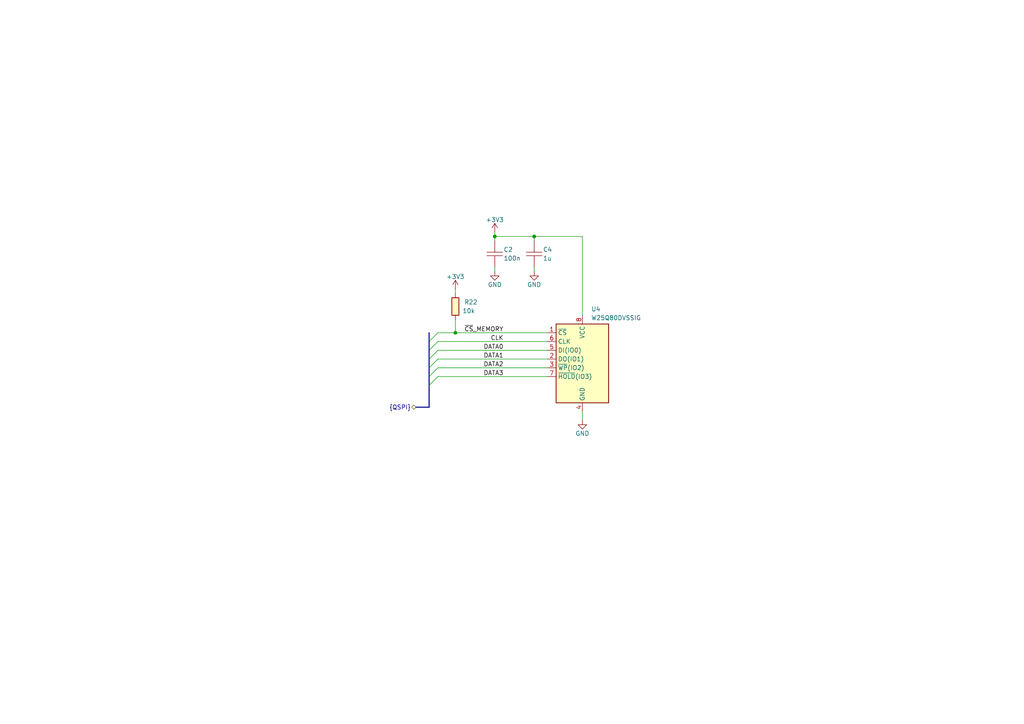
<source format=kicad_sch>
(kicad_sch (version 20231120) (generator "eeschema") (generator_version "8.0")
  (paper "A4")
  (title_block (title "Programmable Keyboard") (date "2024-08-18") (rev "3.0") (company "Kallio Designs Oy") (comment 1 "TL, NH") (comment 3 "000018"))
  (lib_symbols
    (symbol "KD_Capacitor:C_0603_100n_X7R_50V" (pin_numbers hide) (pin_names hide)
      (property "Reference" "C" (at 2.54 1.27 0))
      (property "Value" "100n" (at 2.54 -1.27 0))
      (symbol "C_0603_100n_X7R_50V_0_1"
        (polyline (pts (xy -2.286 -0.508) (xy 2.286 -0.508)))
        (polyline (pts (xy -2.286 0.508) (xy 2.286 0.508)))
        (polyline (pts (xy 0 -0.508) (xy 0 -1.016)))
        (polyline (pts (xy 0 0.508) (xy 0 1.016)))
      )
      (symbol "C_0603_100n_X7R_50V_1_1"
        (pin passive line (at 0 3.81 270) (length 2.794) (name "~") (number "1"))
        (pin passive line (at 0 -3.81 90) (length 2.794) (name "~") (number "2"))
      )
    )
    (symbol "KD_Capacitor:C_0805_1u_X7R_25V" (pin_numbers hide) (pin_names hide)
      (property "Reference" "C" (at 2.54 1.27 0))
      (property "Value" "1u" (at 2.54 -1.27 0))
      (symbol "C_0805_1u_X7R_25V_0_1"
        (polyline (pts (xy -2.286 -0.508) (xy 2.286 -0.508)))
        (polyline (pts (xy -2.286 0.508) (xy 2.286 0.508)))
        (polyline (pts (xy 0 -0.508) (xy 0 -1.016)))
        (polyline (pts (xy 0 0.508) (xy 0 1.016)))
      )
      (symbol "C_0805_1u_X7R_25V_1_1"
        (pin passive line (at 0 3.81 270) (length 2.794) (name "~") (number "1"))
        (pin passive line (at 0 -3.81 90) (length 2.794) (name "~") (number "2"))
      )
    )
    (symbol "KD_IC_Memory:FLASH_8MBit_104MHz_W25Q80DVSSIG"
      (property "Reference" "U" (at 12.7 6.858 0))
      (property "Value" "W25Q80DVSSIG" (at 12.7 4.318 0))
      (symbol "FLASH_8MBit_104MHz_W25Q80DVSSIG_0_1"
        (rectangle (start 2.54 2.54) (end 17.78 -20.32) (stroke (width 0.254)) (fill (type background)))
      )
      (symbol "FLASH_8MBit_104MHz_W25Q80DVSSIG_1_1"
        (pin input line (at 0 0 0) (length 2.54) (name "~{CS}") (number "1"))
        (pin bidirectional line (at 0 -7.62 0) (length 2.54) (name "DO(IO1)") (number "2"))
        (pin bidirectional line (at 0 -10.16 0) (length 2.54) (name "~{WP}(IO2)") (number "3"))
        (pin power_in line (at 10.16 -22.86 90) (length 2.54) (name "GND") (number "4"))
        (pin bidirectional line (at 0 -5.08 0) (length 2.54) (name "DI(IO0)") (number "5"))
        (pin input line (at 0 -2.54 0) (length 2.54) (name "CLK") (number "6"))
        (pin bidirectional line (at 0 -12.7 0) (length 2.54) (name "~{HOLD}(IO3)") (number "7"))
        (pin power_in line (at 10.16 5.08 270) (length 2.54) (name "VCC") (number "8"))
      )
    )
    (symbol "KD_Resistor:R_0603_10k_1%" (pin_numbers hide) (pin_names hide)
      (property "Reference" "R" (at 2.032 1.27 0))
      (property "Value" "10k" (at 2.032 -1.27 0))
      (symbol "R_0603_10k_1%_0_1"
        (rectangle (start -1.016 -2.54) (end 1.016 2.54) (stroke (width 0.254)) (fill (type background)))
      )
      (symbol "R_0603_10k_1%_1_1"
        (pin passive line (at 0 3.81 270) (length 1.27) (name "~") (number "1"))
        (pin passive line (at 0 -3.81 90) (length 1.27) (name "~") (number "2"))
      )
    )
    (symbol "power:+3V3" (power) (pin_numbers hide) (pin_names (offset 0) hide)
      (property "Value" "+3V3" (at 0 3.556 0))
      (symbol "+3V3_0_1"
        (polyline (pts (xy -0.762 1.27) (xy 0 2.54)))
        (polyline (pts (xy 0 0) (xy 0 2.54)))
        (polyline (pts (xy 0 2.54) (xy 0.762 1.27)))
      )
      (symbol "+3V3_1_1"
        (pin power_in line (at 0 0 90) (length 0) (name "~") (number "1"))
      )
    )
    (symbol "power:GND" (power) (pin_numbers hide) (pin_names (offset 0) hide)
      (property "Value" "GND" (at 0 -3.81 0))
      (symbol "GND_0_1"
        (polyline (pts (xy 0 0) (xy 0 -1.27) (xy 1.27 -1.27) (xy 0 -2.54) (xy -1.27 -1.27) (xy 0 -1.27)))
      )
      (symbol "GND_1_1"
        (pin power_in line (at 0 0 270) (length 0) (name "~") (number "1"))
      )
    )
  )
  (junction (at 154.94 68.58))
  (junction (at 132.08 96.52))
  (junction (at 143.51 68.58))
  (bus_entry (at 124.46 99.06) (size 2.54 -2.54))
  (bus_entry (at 124.46 111.76) (size 2.54 -2.54))
  (bus_entry (at 124.46 101.6) (size 2.54 -2.54))
  (bus_entry (at 124.46 109.22) (size 2.54 -2.54))
  (bus_entry (at 124.46 106.68) (size 2.54 -2.54))
  (bus_entry (at 124.46 104.14) (size 2.54 -2.54))
  (wire (pts (xy 127 104.14) (xy 158.75 104.14)))
  (wire (pts (xy 132.08 83.82) (xy 132.08 85.09)))
  (wire (pts (xy 132.08 92.71) (xy 132.08 96.52)))
  (wire (pts (xy 154.94 68.58) (xy 168.91 68.58)))
  (wire (pts (xy 143.51 77.47) (xy 143.51 78.74)))
  (wire (pts (xy 154.94 77.47) (xy 154.94 78.74)))
  (wire (pts (xy 168.91 121.92) (xy 168.91 119.38)))
  (bus (pts (xy 124.46 104.14) (xy 124.46 106.68)))
  (wire (pts (xy 127 106.68) (xy 158.75 106.68)))
  (bus (pts (xy 124.46 101.6) (xy 124.46 104.14)))
  (wire (pts (xy 168.91 68.58) (xy 168.91 91.44)))
  (bus (pts (xy 124.46 96.52) (xy 124.46 99.06)))
  (wire (pts (xy 158.75 101.6) (xy 127 101.6)))
  (wire (pts (xy 154.94 69.85) (xy 154.94 68.58)))
  (bus (pts (xy 124.46 106.68) (xy 124.46 109.22)))
  (bus (pts (xy 124.46 109.22) (xy 124.46 111.76)))
  (bus (pts (xy 124.46 111.76) (xy 124.46 118.11)))
  (wire (pts (xy 143.51 67.31) (xy 143.51 68.58)))
  (wire (pts (xy 143.51 69.85) (xy 143.51 68.58)))
  (wire (pts (xy 127 99.06) (xy 158.75 99.06)))
  (bus (pts (xy 124.46 99.06) (xy 124.46 101.6)))
  (wire (pts (xy 143.51 68.58) (xy 154.94 68.58)))
  (bus (pts (xy 124.46 118.11) (xy 120.65 118.11)))
  (wire (pts (xy 158.75 109.22) (xy 127 109.22)))
  (wire (pts (xy 158.75 96.52) (xy 132.08 96.52)))
  (wire (pts (xy 132.08 96.52) (xy 127 96.52)))
  (label "DATA0" (at 146.05 101.6 180))
  (label "~{CS}_MEMORY" (at 146.05 96.52 180))
  (label "DATA2" (at 146.05 106.68 180))
  (label "DATA1" (at 146.05 104.14 180))
  (label "DATA3" (at 146.05 109.22 180))
  (label "CLK" (at 146.05 99.06 180))
  (hierarchical_label "{QSPI}" (shape bidirectional) (at 120.65 118.11 180))
  (symbol (lib_id "power:GND") (at 143.51 78.74 0) (mirror y) (unit 1)
    (property "Reference" "#GND02" (effects (hide yes)))
    (property "Value" "GND" (at 143.51 82.55 0))
    (property "Description" "Power symbol creates a global label with name \"GND\" , ground" (effects (hide yes)))
    (instances (project "000052 RCCON" (path "" (reference "#GND02") (unit 1))) (project "000018 PGKB" (path "" (reference "#GND08") (unit 1))))
  )
  (symbol (lib_id "KD_Capacitor:C_0805_1u_X7R_25V") (at 154.94 73.66 0) (unit 1)
    (property "Reference" "C4" (at 157.48 72.39 0) (effects (justify left)))
    (property "Value" "1u" (at 157.48 74.93 0) (effects (justify left)))
    (property "Footprint" "KD_Capacitor:CAPC2012X135N" (effects (hide yes)))
    (property "Datasheet" "https://mm.digikey.com/Volume0/opasdata/d220001/medias/docus/1105/CL21B105KAFNNNE_Spec.pdf" (effects (hide yes)))
    (property "Description" "CAP CER 1UF 25V X7R 0805" (effects (hide yes)))
    (property "Manufacturer" "Samsung Electro-Mechanics" (effects (hide yes)))
    (property "MFG_PartNo" "CL21B105KAFNNNE" (effects (hide yes)))
    (property "Supplier" "Digi-Key" (effects (hide yes)))
    (property "Supplier_PartNo" "1276-1066-1-ND" (effects (hide yes)))
    (property "DNP" "F" (effects (hide yes)))
    (property "Price" "0.03" (effects (hide yes)))
    (instances (project "000052 RCCON" (path "" (reference "C4") (unit 1))) (project "000018 PGKB" (path "" (reference "C20") (unit 1))))
  )
  (symbol (lib_id "power:GND") (at 154.94 78.74 0) (mirror y) (unit 1)
    (property "Reference" "#GND04" (effects (hide yes)))
    (property "Value" "GND" (at 154.94 82.55 0))
    (property "Description" "Power symbol creates a global label with name \"GND\" , ground" (effects (hide yes)))
    (instances (project "000052 RCCON" (path "" (reference "#GND04") (unit 1))) (project "000018 PGKB" (path "" (reference "#GND09") (unit 1))))
  )
  (symbol (lib_id "power:GND") (at 168.91 121.92 0) (mirror y) (unit 1)
    (property "Reference" "#GND04" (effects (hide yes)))
    (property "Value" "GND" (at 168.91 125.73 0))
    (property "Description" "Power symbol creates a global label with name \"GND\" , ground" (effects (hide yes)))
    (instances (project "000052 RCCON" (path "" (reference "#GND04") (unit 1))) (project "000018 PGKB" (path "" (reference "#GND010") (unit 1))))
  )
  (symbol (lib_id "KD_Resistor:R_0603_10k_1%") (at 132.08 88.9 0) (unit 1)
    (property "Reference" "R22" (at 134.62 87.63 0) (effects (justify left)))
    (property "Value" "10k" (at 134.112 90.17 0) (effects (justify left)))
    (property "Footprint" "KD_Resistor:RESC1608X55N" (effects (hide yes)))
    (property "Datasheet" "https://www.seielect.com/Catalog/SEI-RMCF_RMCP.pdf" (effects (hide yes)))
    (property "Description" "RES 10K OHM 1% 1/10W 0603" (effects (hide yes)))
    (property "Manufacturer" "Stackpole Electronics Inc" (effects (hide yes)))
    (property "MFG_PartNo" "RMCF0603FT10K0" (effects (hide yes)))
    (property "Supplier" "Digi-Key" (effects (hide yes)))
    (property "Supplier_PartNo" "RMCF0603FT10K0CT-ND" (effects (hide yes)))
    (property "DNP" "F" (effects (hide yes)))
    (property "Price" "0.01" (effects (hide yes)))
  )
  (symbol (lib_id "power:+3V3") (at 132.08 83.82 0) (unit 1)
    (property "Reference" "#+3V02" (effects (hide yes)))
    (property "Value" "+3V3" (at 132.08 80.264 0))
    (property "Description" "Power symbol creates a global label with name \"+3V3\"" (effects (hide yes)))
    (instances (project "000052 RCCON" (path "" (reference "#+3V02") (unit 1))) (project "000018 PGKB" (path "" (reference "#+3V01") (unit 1))))
  )
  (symbol (lib_id "KD_Capacitor:C_0603_100n_X7R_50V") (at 143.51 73.66 0) (unit 1)
    (property "Reference" "C2" (at 146.05 72.39 0) (effects (justify left)))
    (property "Value" "100n" (at 146.05 74.93 0) (effects (justify left)))
    (property "Footprint" "KD_Capacitor:CAPC1608X90N" (effects (hide yes)))
    (property "Datasheet" "https://mm.digikey.com/Volume0/opasdata/d220001/medias/docus/658/CL10B104KB8NNWC_Spec.pdf" (effects (hide yes)))
    (property "Description" "CAP CER 0.1UF 50V X7R 0603" (effects (hide yes)))
    (property "Manufacturer" "Samsung" (effects (hide yes)))
    (property "MFG_PartNo" "CL10B104KB8NNWC" (effects (hide yes)))
    (property "Supplier" "Digi-Key" (effects (hide yes)))
    (property "Supplier_PartNo" "1276-1935-1-ND" (effects (hide yes)))
    (property "DNP" "F" (effects (hide yes)))
    (property "Price" "0.01" (effects (hide yes)))
    (instances (project "000052 RCCON" (path "" (reference "C2") (unit 1))) (project "000018 PGKB" (path "" (reference "C19") (unit 1))))
  )
  (symbol (lib_id "KD_IC_Memory:FLASH_8MBit_104MHz_W25Q80DVSSIG") (at 158.75 96.52 0) (unit 1)
    (property "Reference" "U4" (at 171.45 89.662 0) (effects (justify left)))
    (property "Value" "W25Q80DVSSIG" (at 171.45 92.202 0) (effects (justify left)))
    (property "Footprint" "KD_Package_SO:SOIC127P790X195-8N" (effects (hide yes)))
    (property "Datasheet" "https://www.winbond.com/resource-files/w25q80dv%20dl_revh_10022015.pdf" (effects (hide yes)))
    (property "Description" "IC FLASH 8MBIT SPI/QUAD 8SOIC" (effects (hide yes)))
    (property "Manufacturer" "Winbond Electronics" (effects (hide yes)))
    (property "MFG_PartNo" "W25Q80DVSSIG" (effects (hide yes)))
    (property "Supplier" "Digi-Key" (effects (hide yes)))
    (property "Supplier_PartNo" "W25Q80DVSSIG-ND" (effects (hide yes)))
    (property "DNP" "F" (effects (hide yes)))
    (property "Price" "0.5" (effects (hide yes)))
  )
  (symbol (lib_id "power:+3V3") (at 143.51 67.31 0) (unit 1)
    (property "Reference" "#+3V02" (effects (hide yes)))
    (property "Value" "+3V3" (at 143.51 63.754 0))
    (property "Description" "Power symbol creates a global label with name \"+3V3\"" (effects (hide yes)))
  )
)
</source>
